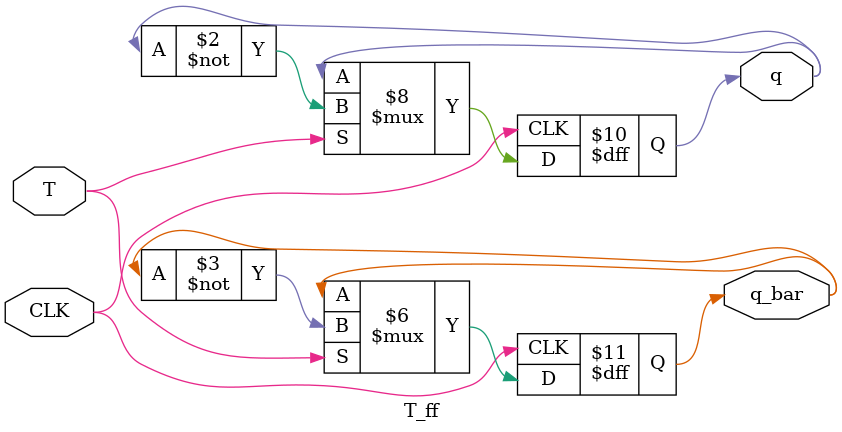
<source format=v>

/*
Instructions
-------------------
Students are not allowed to make any changes in the Module declaration.
This file is used to design T Flip Flop (Positive edge triggered).

Recommended Quartus Version : 19.1
The submitted project file must be 19.1 compatible as the evaluation will be done on Quartus Prime Lite 19.1.

Warning: The error due to compatibility will not be entertained.
			
-------------------
*/

//T Flip Flop design
//Inputs  : T and CLK 
//Outputs : q and q_bar

//////////////////DO NOT MAKE ANY CHANGES IN MODULE//////////////////
module T_ff (T, CLK, q, q_bar);

input T, CLK;					//INPUT T and CLK
output reg q = 0;				//OUTPUT q
output reg q_bar = 1;		//OUTPUT q_bar


always @(posedge CLK) 
////////////////////////WRITE YOUR CODE FROM HERE//////////////////// 
begin	
if (T) begin
	q <= ~q;
	q_bar <= ~q_bar;
	end
end
////////////////////////YOUR CODE ENDS HERE//////////////////////////
endmodule
///////////////////////////////MODULE ENDS///////////////////////////
</source>
